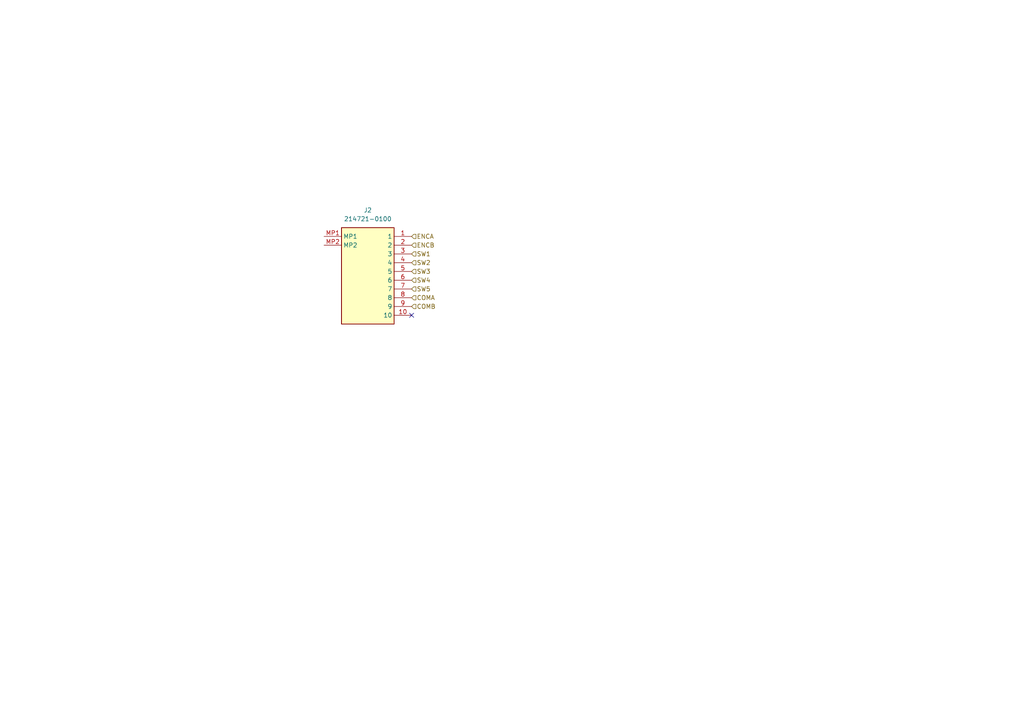
<source format=kicad_sch>
(kicad_sch (version 20231120) (generator "eeschema") (generator_version "8.0")
  (paper "A4")
  (lib_symbols
    (symbol "dialheader:214721-0100"
      (property "Reference" "J" (at 21.59 7.62 0))
      (property "Value" "214721-0100" (at 21.59 5.08 0))
      (symbol "214721-0100_1_1"
        (rectangle (start 5.08 2.54) (end 20.32 -25.4) (stroke (width 0.254)) (fill (type background)))
        (pin passive line (at 25.4 0 180) (length 5.08) (name "1") (number "1"))
        (pin passive line (at 25.4 -22.86 180) (length 5.08) (name "10") (number "10"))
        (pin passive line (at 25.4 -2.54 180) (length 5.08) (name "2") (number "2"))
        (pin passive line (at 25.4 -5.08 180) (length 5.08) (name "3") (number "3"))
        (pin passive line (at 25.4 -7.62 180) (length 5.08) (name "4") (number "4"))
        (pin passive line (at 25.4 -10.16 180) (length 5.08) (name "5") (number "5"))
        (pin passive line (at 25.4 -12.7 180) (length 5.08) (name "6") (number "6"))
        (pin passive line (at 25.4 -15.24 180) (length 5.08) (name "7") (number "7"))
        (pin passive line (at 25.4 -17.78 180) (length 5.08) (name "8") (number "8"))
        (pin passive line (at 25.4 -20.32 180) (length 5.08) (name "9") (number "9"))
        (pin passive line (at 0 0 0) (length 5.08) (name "MP1") (number "MP1"))
        (pin passive line (at 0 -2.54 0) (length 5.08) (name "MP2") (number "MP2"))
      )
    )
  )
  (no_connect (at 119.38 91.44))
  (hierarchical_label "SW1" (shape input) (at 119.38 73.66 0))
  (hierarchical_label "COMB" (shape input) (at 119.38 88.9 0))
  (hierarchical_label "ENCA" (shape input) (at 119.38 68.58 0))
  (hierarchical_label "SW3" (shape input) (at 119.38 78.74 0))
  (hierarchical_label "ENCB" (shape input) (at 119.38 71.12 0))
  (hierarchical_label "SW2" (shape input) (at 119.38 76.2 0))
  (hierarchical_label "SW5" (shape input) (at 119.38 83.82 0))
  (hierarchical_label "COMA" (shape input) (at 119.38 86.36 0))
  (hierarchical_label "SW4" (shape input) (at 119.38 81.28 0))
  (symbol (lib_id "dialheader:214721-0100") (at 93.98 68.58 0) (unit 1)
    (property "Reference" "J2" (at 106.68 60.96 0))
    (property "Value" "214721-0100" (at 106.68 63.5 0))
    (property "Footprint" "2147210100" (effects (hide yes)))
    (property "Datasheet" "https://www.molex.com/pdm_docs/sd/2147210100_sd.pdf" (effects (hide yes)))
    (property "Description" "MOLEX - 214721-0100 - Pin Header, Signal, Wire-to-Board, 0.8 mm, 1 Rows, 10 Contacts, Surface Mount Right Angle" (effects (hide yes)))
    (property "Height" "1.8" (effects (hide yes)))
    (property "Mouser Part Number" "538-214721-0100" (effects (hide yes)))
    (property "Mouser Price/Stock" "https://www.mouser.co.uk/ProductDetail/Molex/214721-0100?qs=MyNHzdoqoQJCc4Zxlj0GUQ%3D%3D" (effects (hide yes)))
    (property "Manufacturer_Name" "Molex" (effects (hide yes)))
    (property "Manufacturer_Part_Number" "214721-0100" (effects (hide yes)))
  )
)
</source>
